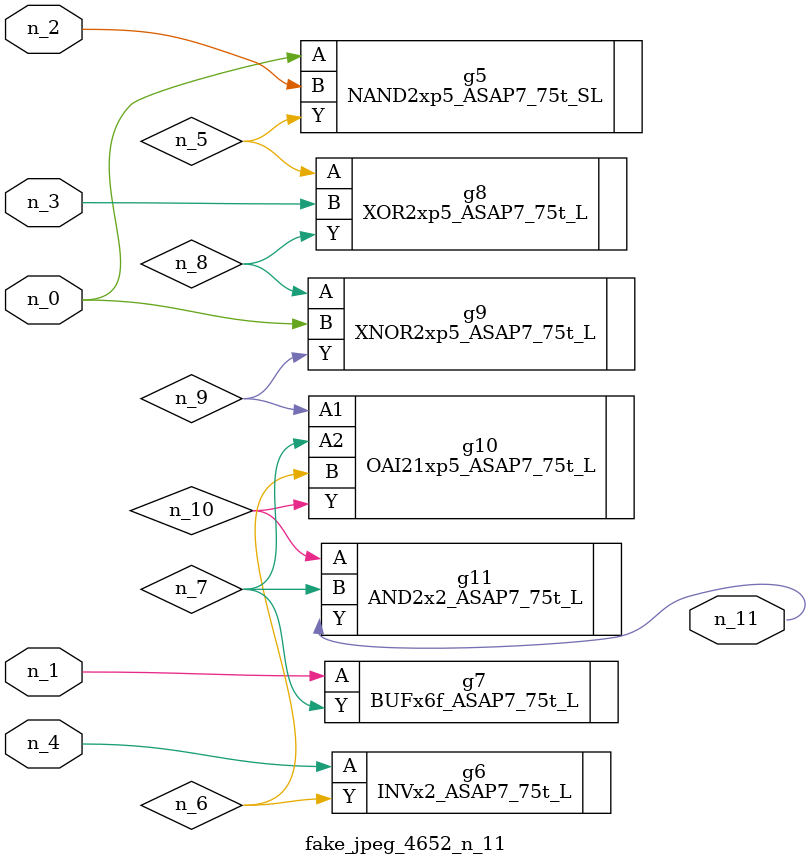
<source format=v>
module fake_jpeg_4652_n_11 (n_3, n_2, n_1, n_0, n_4, n_11);

input n_3;
input n_2;
input n_1;
input n_0;
input n_4;

output n_11;

wire n_10;
wire n_8;
wire n_9;
wire n_6;
wire n_5;
wire n_7;

NAND2xp5_ASAP7_75t_SL g5 ( 
.A(n_0),
.B(n_2),
.Y(n_5)
);

INVx2_ASAP7_75t_L g6 ( 
.A(n_4),
.Y(n_6)
);

BUFx6f_ASAP7_75t_L g7 ( 
.A(n_1),
.Y(n_7)
);

XOR2xp5_ASAP7_75t_L g8 ( 
.A(n_5),
.B(n_3),
.Y(n_8)
);

XNOR2xp5_ASAP7_75t_L g9 ( 
.A(n_8),
.B(n_0),
.Y(n_9)
);

OAI21xp5_ASAP7_75t_L g10 ( 
.A1(n_9),
.A2(n_7),
.B(n_6),
.Y(n_10)
);

AND2x2_ASAP7_75t_L g11 ( 
.A(n_10),
.B(n_7),
.Y(n_11)
);


endmodule
</source>
